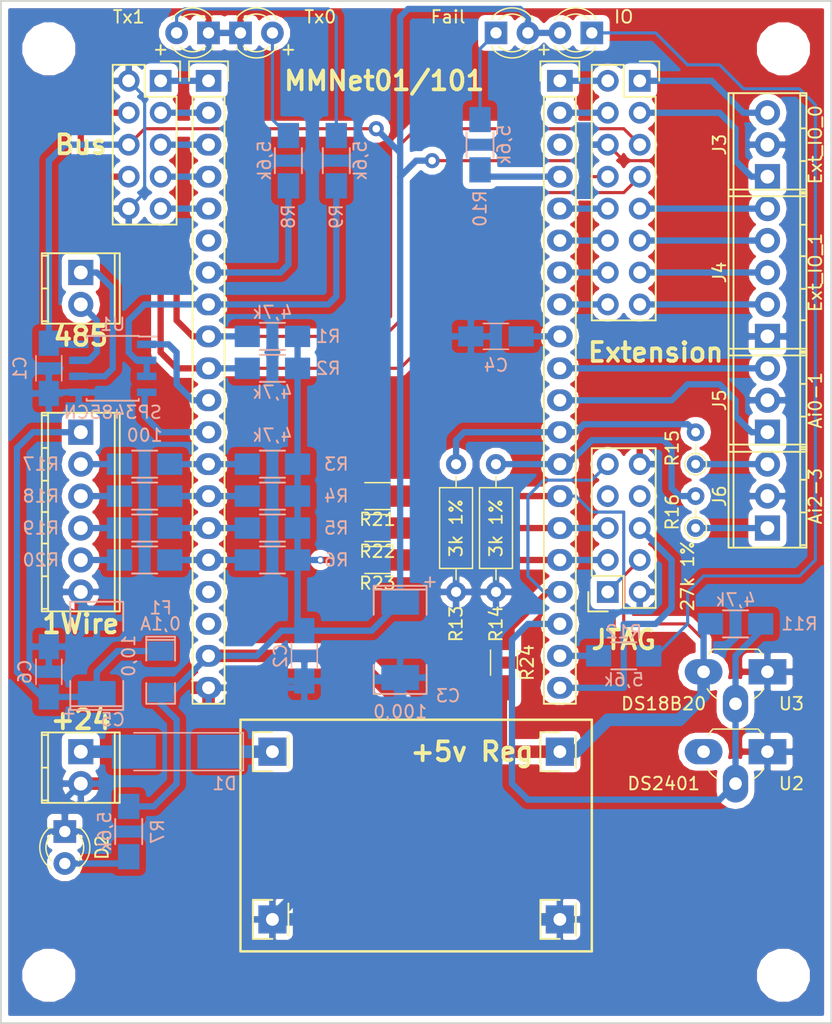
<source format=kicad_pcb>
(kicad_pcb (version 20171130) (host pcbnew "(5.0.0)")
  (layers (0 F.Cu signal) (31 B.Cu signal) (34 B.Paste user) (35 F.Paste user) (36 B.SilkS user) (37 F.SilkS user) (38 B.Mask user) (39 F.Mask user) (44 Edge.Cuts user))
  (net 0 "")
  (net 1 +5V)
  (net 2 GND)
  (net 3 /ARef)
  (net 4 "Net-(C5-Pad1)")
  (net 5 "Net-(D1-Pad1)")
  (net 6 "Net-(D1-Pad2)")
  (net 7 "Net-(D2-Pad2)")
  (net 8 "Net-(D3-Pad2)")
  (net 9 "Net-(D4-Pad2)")
  (net 10 "Net-(D5-Pad1)")
  (net 11 "Net-(D6-Pad1)")
  (net 12 "Net-(J2-Pad2)")
  (net 13 "Net-(J2-Pad1)")
  (net 14 "Net-(J3-Pad3)")
  (net 15 "Net-(J3-Pad1)")
  (net 16 "Net-(J4-Pad4)")
  (net 17 "Net-(J4-Pad2)")
  (net 18 "Net-(J4-Pad3)")
  (net 19 "Net-(J4-Pad5)")
  (net 20 /ADC0)
  (net 21 /ADC1)
  (net 22 "Net-(J6-Pad3)")
  (net 23 "Net-(J6-Pad1)")
  (net 24 "Net-(J7-Pad4)")
  (net 25 "Net-(J7-Pad2)")
  (net 26 "Net-(J7-Pad3)")
  (net 27 "Net-(J7-Pad5)")
  (net 28 /~SS0)
  (net 29 /I2C_SDA)
  (net 30 /SPI_SCK)
  (net 31 /SPI_MOSI)
  (net 32 /I2C_SCL)
  (net 33 /SPI_MISO)
  (net 34 /~SS1)
  (net 35 /TxE0)
  (net 36 /TxE1)
  (net 37 /RxD1)
  (net 38 /TxD1)
  (net 39 /1Wire_B0)
  (net 40 /1Wire_B1)
  (net 41 /1Wire_B2)
  (net 42 /1Wire_B3)
  (net 43 /LED_Fail)
  (net 44 /TxD0)
  (net 45 /RxD0)
  (net 46 /ADC2)
  (net 47 /ADC3)
  (net 48 /ADC4/TCK)
  (net 49 /ADC5/TMS)
  (net 50 /ADC6/TDO)
  (net 51 /ADC7/TDI)
  (net 52 /1Wire)
  (net 53 /LED_Io)
  (net 54 /~Reset)
  (net 55 "Net-(P10-Pad2)")
  (net 56 "Net-(P10-Pad4)")
  (net 57 "Net-(P10-Pad10)")
  (net 58 "Net-(P10-Pad12)")
  (net 59 "Net-(P11-Pad7)")
  (net 60 "Net-(P11-Pad8)")
  (net 61 "Net-(P7-Pad3)")
  (net 62 "Net-(P6-Pad6)")
  (net 63 "Net-(P6-Pad17)")
  (net 64 "Net-(P6-Pad18)")
  (module Resistors_SMD:R_1206_HandSoldering (layer F.Cu) (at 144.145 103.41 270)
    (fp_text reference R24 (at 0 -1.85 270) (layer F.SilkS))
    (fp_text value 10k)
    (pad 2 smd rect (at 2 0 270) (size 2 1.7) (layers F.Cu F.Paste F.Mask) (net 1 +5V))
    (pad 1 smd rect (at -2 0 270) (size 2 1.7) (layers F.Cu F.Paste F.Mask) (net 51 /ADC7/TDI))
  )
  (module Resistors_SMD:R_1206_HandSoldering (layer F.Cu) (at 134.08 95.25 180)
    (fp_text reference R23 (at 0 -1.85 180) (layer F.SilkS))
    (fp_text value 10k)
    (pad 1 smd rect (at -2 0 180) (size 2 1.7) (layers F.Cu F.Paste F.Mask) (net 50 /ADC6/TDO))
    (pad 2 smd rect (at 2 0 180) (size 2 1.7) (layers F.Cu F.Paste F.Mask) (net 1 +5V))
  )
  (module Resistors_SMD:R_1206_HandSoldering (layer F.Cu) (at 134.08 92.71 180)
    (fp_text reference R22 (at 0 -1.85 180) (layer F.SilkS))
    (fp_text value 10k)
    (pad 2 smd rect (at 2 0 180) (size 2 1.7) (layers F.Cu F.Paste F.Mask) (net 1 +5V))
    (pad 1 smd rect (at -2 0 180) (size 2 1.7) (layers F.Cu F.Paste F.Mask) (net 49 /ADC5/TMS))
  )
  (module Resistors_SMD:R_1206_HandSoldering (layer F.Cu) (at 134.08 90.17 180)
    (fp_text reference R21 (at 0 -1.85 180) (layer F.SilkS))
    (fp_text value 10k)
    (pad 1 smd rect (at -2 0 180) (size 2 1.7) (layers F.Cu F.Paste F.Mask) (net 48 /ADC4/TCK))
    (pad 2 smd rect (at 2 0 180) (size 2 1.7) (layers F.Cu F.Paste F.Mask) (net 1 +5V))
  )
  (module Mounting_Holes:MountingHole_3.2mm_M3 (layer F.Cu) (at 107.95 128.27)
    (fp_text reference hole hide)
    (fp_text value "" hide)
    (pad 1 np_thru_hole circle (at 0 0) (size 3.2 3.2) (drill 3.2) (layers *.Cu *.Mask))
  )
  (module Mounting_Holes:MountingHole_3.2mm_M3 (layer F.Cu) (at 166.37 128.27)
    (fp_text reference hole hide)
    (fp_text value "" hide)
    (pad 1 np_thru_hole circle (at 0 0) (size 3.2 3.2) (drill 3.2) (layers *.Cu *.Mask))
  )
  (module Mounting_Holes:MountingHole_3.2mm_M3 (layer F.Cu) (at 166.37 54.61)
    (fp_text reference hole hide)
    (fp_text value "" hide)
    (pad 1 np_thru_hole circle (at 0 0) (size 3.2 3.2) (drill 3.2) (layers *.Cu *.Mask))
  )
  (module Capacitors_SMD:C_1206_HandSoldering (layer B.Cu) (at 107.95 80.01 270)
    (fp_text reference C1 (at 0 2.3 270) (layer B.SilkS) (effects (justify mirror)))
    (fp_text value 0,1)
    (pad 1 smd rect (at -2 0 270) (size 2 1.6) (layers B.Cu B.Paste B.Mask) (net 1 +5V))
    (pad 2 smd rect (at 2 0 270) (size 2 1.6) (layers B.Cu B.Paste B.Mask) (net 2 GND))
  )
  (module Capacitors_SMD:C_1206_HandSoldering (layer B.Cu) (at 128.27 102.87 270)
    (fp_text reference C2 (at 0 1.905 270) (layer B.SilkS) (effects (justify mirror)))
    (fp_text value 0,1)
    (pad 1 smd rect (at -2 0 270) (size 2 1.6) (layers B.Cu B.Paste B.Mask) (net 1 +5V))
    (pad 2 smd rect (at 2 0 270) (size 2 1.6) (layers B.Cu B.Paste B.Mask) (net 2 GND))
  )
  (module SMD_Packages:SMD-2512_Pol (layer B.Cu) (at 135.89 101.6 270)
    (fp_text reference C3 (at 4.445 -3.81 180) (layer B.SilkS) (effects (justify mirror)))
    (fp_text value 100,0 (at 5.715 0 180) (layer B.SilkS) (effects (justify mirror)))
    (fp_text user + (at -4.59994 -2.30124 270) (layer B.SilkS) (effects (justify mirror)))
    (pad 1 smd rect (at -2.99974 0 270) (size 1.99898 2.99974) (layers B.Cu B.Paste B.Mask) (net 1 +5V))
    (pad 2 smd rect (at 2.99974 0 270) (size 1.99898 2.99974) (layers B.Cu B.Paste B.Mask) (net 2 GND))
  )
  (module Capacitors_SMD:C_1206_HandSoldering (layer B.Cu) (at 143.51 77.47)
    (fp_text reference C4 (at 0 2.3) (layer B.SilkS) (effects (justify mirror)))
    (fp_text value 0,1)
    (pad 1 smd rect (at -2 0) (size 2 1.6) (layers B.Cu B.Paste B.Mask) (net 2 GND))
    (pad 2 smd rect (at 2 0) (size 2 1.6) (layers B.Cu B.Paste B.Mask) (net 3 /ARef))
  )
  (module SMD_Packages:SMD-2512_Pol (layer B.Cu) (at 111.76 102.87 90)
    (fp_text reference C5 (at -5.08 1.27) (layer B.SilkS) (effects (justify mirror)))
    (fp_text value 10,0 (at 0 2.54 90) (layer B.SilkS) (effects (justify mirror)))
    (fp_text user + (at -4.59994 -2.30124 90) (layer B.SilkS) (effects (justify mirror)))
    (pad 1 smd rect (at -2.99974 0 90) (size 1.99898 2.99974) (layers B.Cu B.Paste B.Mask) (net 4 "Net-(C5-Pad1)"))
    (pad 2 smd rect (at 2.99974 0 90) (size 1.99898 2.99974) (layers B.Cu B.Paste B.Mask) (net 2 GND))
  )
  (module Capacitors_SMD:C_1206_HandSoldering (layer B.Cu) (at 107.95 104.14 270)
    (fp_text reference C6 (at 0 1.905 270) (layer B.SilkS) (effects (justify mirror)))
    (fp_text value 0,1)
    (pad 1 smd rect (at -2 0 270) (size 2 1.6) (layers B.Cu B.Paste B.Mask) (net 2 GND))
    (pad 2 smd rect (at 2 0 270) (size 2 1.6) (layers B.Cu B.Paste B.Mask) (net 4 "Net-(C5-Pad1)"))
  )
  (module Diodes_SMD:D_MELF_Handsoldering (layer B.Cu) (at 118.11 110.49 180)
    (fp_text reference D1 (at -3.81 -2.54 180) (layer B.SilkS) (effects (justify mirror)))
    (fp_text value D)
    (pad 1 smd rect (at -3.4 0 180) (size 3.5 2.7) (layers B.Cu B.Paste B.Mask) (net 5 "Net-(D1-Pad1)"))
    (pad 2 smd rect (at 3.4 0 180) (size 3.5 2.7) (layers B.Cu B.Paste B.Mask) (net 6 "Net-(D1-Pad2)"))
  )
  (module SMD_Packages:SMD-1206_Pol (layer B.Cu) (at 116.84 104.14 270)
    (fp_text reference F1 (at -5.08 0) (layer B.SilkS) (effects (justify mirror)))
    (fp_text value 0,1A (at -3.81 0) (layer B.SilkS) (effects (justify mirror)))
    (pad 1 smd rect (at -1.651 0 270) (size 1.524 2.032) (layers B.Cu B.Paste B.Mask) (net 4 "Net-(C5-Pad1)"))
    (pad 2 smd rect (at 1.651 0 270) (size 1.524 2.032) (layers B.Cu B.Paste B.Mask) (net 1 +5V))
  )
  (module Connectors_Terminal_Blocks:TerminalBlock_Pheonix_MPT-2.54mm_2pol (layer F.Cu) (at 110.49 110.49 270)
    (fp_text reference J1 hide)
    (fp_text value 24V)
    (pad 2 thru_hole oval (at 2.54 0 270) (size 1.99898 1.99898) (drill 1.09728) (layers *.Cu *.Mask) (net 2 GND))
    (pad 1 thru_hole rect (at 0 0 270) (size 1.99898 1.99898) (drill 1.09728) (layers *.Cu *.Mask) (net 6 "Net-(D1-Pad2)"))
  )
  (module Connectors_Terminal_Blocks:TerminalBlock_Pheonix_MPT-2.54mm_2pol (layer F.Cu) (at 110.49 72.39 270)
    (fp_text reference J2 hide)
    (fp_text value RS485)
    (pad 2 thru_hole oval (at 2.54 0 270) (size 1.99898 1.99898) (drill 1.09728) (layers *.Cu *.Mask) (net 12 "Net-(J2-Pad2)"))
    (pad 1 thru_hole rect (at 0 0 270) (size 1.99898 1.99898) (drill 1.09728) (layers *.Cu *.Mask) (net 13 "Net-(J2-Pad1)"))
  )
  (module Connectors_Terminal_Blocks:TerminalBlock_Pheonix_MPT-2.54mm_3pol (layer F.Cu) (at 165.1 64.77 90)
    (fp_text reference J3 (at 2.54 -3.81 90) (layer F.SilkS))
    (fp_text value Ext_IO_0 (at 2.54 3.81 90) (layer F.SilkS))
    (pad 3 thru_hole oval (at 5.08 0 90) (size 1.99898 1.99898) (drill 1.09728) (layers *.Cu *.Mask) (net 14 "Net-(J3-Pad3)"))
    (pad 1 thru_hole rect (at 0 0 90) (size 1.99898 1.99898) (drill 1.09728) (layers *.Cu *.Mask) (net 15 "Net-(J3-Pad1)"))
    (pad 2 thru_hole oval (at 2.54 0 90) (size 1.99898 1.99898) (drill 1.09728) (layers *.Cu *.Mask) (net 2 GND))
  )
  (module Connectors_Terminal_Blocks:TerminalBlock_Pheonix_MPT-2.54mm_5pol (layer F.Cu) (at 165.1 77.47 90)
    (fp_text reference J4 (at 5.08 -3.81 90) (layer F.SilkS))
    (fp_text value Ext_IO_1 (at 5.08 3.81 90) (layer F.SilkS))
    (pad 4 thru_hole oval (at 7.62 0 270) (size 1.99898 1.99898) (drill 1.09728) (layers *.Cu *.Mask) (net 16 "Net-(J4-Pad4)"))
    (pad 1 thru_hole rect (at 0 0 270) (size 1.99898 1.99898) (drill 1.09728) (layers *.Cu *.Mask) (net 2 GND))
    (pad 2 thru_hole oval (at 2.54 0 270) (size 1.99898 1.99898) (drill 1.09728) (layers *.Cu *.Mask) (net 17 "Net-(J4-Pad2)"))
    (pad 3 thru_hole oval (at 5.08 0 270) (size 1.99898 1.99898) (drill 1.09728) (layers *.Cu *.Mask) (net 18 "Net-(J4-Pad3)"))
    (pad 5 thru_hole oval (at 10.16 0 270) (size 1.99898 1.99898) (drill 1.09728) (layers *.Cu *.Mask) (net 19 "Net-(J4-Pad5)"))
  )
  (module Connectors_Terminal_Blocks:TerminalBlock_Pheonix_MPT-2.54mm_3pol (layer F.Cu) (at 165.1 85.09 90)
    (fp_text reference J5 (at 2.54 -3.81 90) (layer F.SilkS))
    (fp_text value Ai0-1 (at 2.54 3.81 90) (layer F.SilkS))
    (pad 3 thru_hole oval (at 5.08 0 90) (size 1.99898 1.99898) (drill 1.09728) (layers *.Cu *.Mask) (net 20 /ADC0))
    (pad 1 thru_hole rect (at 0 0 90) (size 1.99898 1.99898) (drill 1.09728) (layers *.Cu *.Mask) (net 21 /ADC1))
    (pad 2 thru_hole oval (at 2.54 0 90) (size 1.99898 1.99898) (drill 1.09728) (layers *.Cu *.Mask) (net 2 GND))
  )
  (module Connectors_Terminal_Blocks:TerminalBlock_Pheonix_MPT-2.54mm_3pol (layer F.Cu) (at 165.1 92.71 90)
    (fp_text reference J6 (at 2.54 -3.81 90) (layer F.SilkS))
    (fp_text value Ai2-3 (at 2.54 3.81 90) (layer F.SilkS))
    (pad 3 thru_hole oval (at 5.08 0 90) (size 1.99898 1.99898) (drill 1.09728) (layers *.Cu *.Mask) (net 22 "Net-(J6-Pad3)"))
    (pad 1 thru_hole rect (at 0 0 90) (size 1.99898 1.99898) (drill 1.09728) (layers *.Cu *.Mask) (net 23 "Net-(J6-Pad1)"))
    (pad 2 thru_hole oval (at 2.54 0 90) (size 1.99898 1.99898) (drill 1.09728) (layers *.Cu *.Mask) (net 2 GND))
  )
  (module Connectors_Terminal_Blocks:TerminalBlock_Pheonix_MPT-2.54mm_6pol (layer F.Cu) (at 110.49 85.09 270)
    (fp_text reference J7 hide)
    (fp_text value 1Wire)
    (pad 4 thru_hole oval (at 7.62 0 90) (size 1.99898 1.99898) (drill 1.09728) (layers *.Cu *.Mask) (net 24 "Net-(J7-Pad4)"))
    (pad 1 thru_hole rect (at 0 0 90) (size 1.99898 1.99898) (drill 1.09728) (layers *.Cu *.Mask) (net 4 "Net-(C5-Pad1)"))
    (pad 2 thru_hole oval (at 2.54 0 90) (size 1.99898 1.99898) (drill 1.09728) (layers *.Cu *.Mask) (net 25 "Net-(J7-Pad2)"))
    (pad 3 thru_hole oval (at 5.08 0 90) (size 1.99898 1.99898) (drill 1.09728) (layers *.Cu *.Mask) (net 26 "Net-(J7-Pad3)"))
    (pad 5 thru_hole oval (at 10.16 0 90) (size 1.99898 1.99898) (drill 1.09728) (layers *.Cu *.Mask) (net 27 "Net-(J7-Pad5)"))
    (pad 6 thru_hole oval (at 12.7 0 90) (size 1.99898 1.99898) (drill 1.09728) (layers *.Cu *.Mask) (net 2 GND))
  )
  (module Socket_Strips:Socket_Strip_Straight_1x01 (layer F.Cu) (at 125.73 110.49)
    (fp_text reference P1 hide)
    (fp_text value VR+In)
    (pad 1 thru_hole rect (at 0 0) (size 2.2352 2.2352) (drill 1.016) (layers *.Cu *.Mask) (net 5 "Net-(D1-Pad1)"))
  )
  (module Socket_Strips:Socket_Strip_Straight_1x01 (layer F.Cu) (at 125.73 123.825)
    (fp_text reference P2 hide)
    (fp_text value VR-In)
    (pad 1 thru_hole rect (at 0 0) (size 2.2352 2.2352) (drill 1.016) (layers *.Cu *.Mask) (net 2 GND))
  )
  (module Socket_Strips:Socket_Strip_Straight_2x05 (layer F.Cu) (at 116.84 57.15 270)
    (fp_text reference P3 hide)
    (fp_text value Bus)
    (pad 1 thru_hole rect (at 0 0 270) (size 1.7272 1.7272) (drill 1.016) (layers *.Cu *.Mask) (net 28 /~SS0))
    (pad 2 thru_hole oval (at 0 2.54 270) (size 1.7272 1.7272) (drill 1.016) (layers *.Cu *.Mask) (net 2 GND))
    (pad 3 thru_hole oval (at 2.54 0 270) (size 1.7272 1.7272) (drill 1.016) (layers *.Cu *.Mask) (net 30 /SPI_SCK))
    (pad 4 thru_hole oval (at 2.54 2.54 270) (size 1.7272 1.7272) (drill 1.016) (layers *.Cu *.Mask) (net 29 /I2C_SDA))
    (pad 5 thru_hole oval (at 5.08 0 270) (size 1.7272 1.7272) (drill 1.016) (layers *.Cu *.Mask) (net 31 /SPI_MOSI))
    (pad 6 thru_hole oval (at 5.08 2.54 270) (size 1.7272 1.7272) (drill 1.016) (layers *.Cu *.Mask) (net 1 +5V))
    (pad 7 thru_hole oval (at 7.62 0 270) (size 1.7272 1.7272) (drill 1.016) (layers *.Cu *.Mask) (net 33 /SPI_MISO))
    (pad 8 thru_hole oval (at 7.62 2.54 270) (size 1.7272 1.7272) (drill 1.016) (layers *.Cu *.Mask) (net 32 /I2C_SCL))
    (pad 9 thru_hole oval (at 10.16 0 270) (size 1.7272 1.7272) (drill 1.016) (layers *.Cu *.Mask) (net 34 /~SS1))
    (pad 10 thru_hole oval (at 10.16 2.54 270) (size 1.7272 1.7272) (drill 1.016) (layers *.Cu *.Mask) (net 2 GND))
  )
  (module Socket_Strips:Socket_Strip_Straight_1x01 (layer F.Cu) (at 148.59 110.49)
    (fp_text reference P4 hide)
    (fp_text value VR+Out)
    (pad 1 thru_hole rect (at 0 0) (size 2.2352 2.2352) (drill 1.016) (layers *.Cu *.Mask) (net 1 +5V))
  )
  (module Socket_Strips:Socket_Strip_Straight_1x01 (layer F.Cu) (at 148.59 123.825)
    (fp_text reference P5 hide)
    (fp_text value VR-Out)
    (pad 1 thru_hole rect (at 0 0) (size 2.2352 2.2352) (drill 1.016) (layers *.Cu *.Mask) (net 2 GND))
  )
  (module Socket_Strips:Socket_Strip_Straight_1x20 (layer F.Cu) (at 120.65 57.15 270)
    (fp_text reference P6 hide)
    (fp_text value MMNet_L)
    (pad 1 thru_hole rect (at 0 0 270) (size 1.7272 2.032) (drill 1.016) (layers *.Cu *.Mask) (net 28 /~SS0))
    (pad 2 thru_hole oval (at 2.54 0 270) (size 1.7272 2.032) (drill 1.016) (layers *.Cu *.Mask) (net 30 /SPI_SCK))
    (pad 3 thru_hole oval (at 5.08 0 270) (size 1.7272 2.032) (drill 1.016) (layers *.Cu *.Mask) (net 31 /SPI_MOSI))
    (pad 4 thru_hole oval (at 7.62 0 270) (size 1.7272 2.032) (drill 1.016) (layers *.Cu *.Mask) (net 33 /SPI_MISO))
    (pad 5 thru_hole oval (at 10.16 0 270) (size 1.7272 2.032) (drill 1.016) (layers *.Cu *.Mask) (net 34 /~SS1))
    (pad 6 thru_hole oval (at 12.7 0 270) (size 1.7272 2.032) (drill 1.016) (layers *.Cu *.Mask) (net 62 "Net-(P6-Pad6)"))
    (pad 7 thru_hole oval (at 15.24 0 270) (size 1.7272 2.032) (drill 1.016) (layers *.Cu *.Mask) (net 35 /TxE0))
    (pad 8 thru_hole oval (at 17.78 0 270) (size 1.7272 2.032) (drill 1.016) (layers *.Cu *.Mask) (net 36 /TxE1))
    (pad 9 thru_hole oval (at 20.32 0 270) (size 1.7272 2.032) (drill 1.016) (layers *.Cu *.Mask) (net 32 /I2C_SCL))
    (pad 10 thru_hole oval (at 22.86 0 270) (size 1.7272 2.032) (drill 1.016) (layers *.Cu *.Mask) (net 29 /I2C_SDA))
    (pad 11 thru_hole oval (at 25.4 0 270) (size 1.7272 2.032) (drill 1.016) (layers *.Cu *.Mask) (net 37 /RxD1))
    (pad 12 thru_hole oval (at 27.94 0 270) (size 1.7272 2.032) (drill 1.016) (layers *.Cu *.Mask) (net 38 /TxD1))
    (pad 13 thru_hole oval (at 30.48 0 270) (size 1.7272 2.032) (drill 1.016) (layers *.Cu *.Mask) (net 39 /1Wire_B0))
    (pad 14 thru_hole oval (at 33.02 0 270) (size 1.7272 2.032) (drill 1.016) (layers *.Cu *.Mask) (net 40 /1Wire_B1))
    (pad 15 thru_hole oval (at 35.56 0 270) (size 1.7272 2.032) (drill 1.016) (layers *.Cu *.Mask) (net 41 /1Wire_B2))
    (pad 16 thru_hole oval (at 38.1 0 270) (size 1.7272 2.032) (drill 1.016) (layers *.Cu *.Mask) (net 42 /1Wire_B3))
    (pad 17 thru_hole oval (at 40.64 0 270) (size 1.7272 2.032) (drill 1.016) (layers *.Cu *.Mask) (net 63 "Net-(P6-Pad17)"))
    (pad 18 thru_hole oval (at 43.18 0 270) (size 1.7272 2.032) (drill 1.016) (layers *.Cu *.Mask) (net 64 "Net-(P6-Pad18)"))
    (pad 19 thru_hole oval (at 45.72 0 270) (size 1.7272 2.032) (drill 1.016) (layers *.Cu *.Mask) (net 1 +5V))
    (pad 20 thru_hole oval (at 48.26 0 270) (size 1.7272 2.032) (drill 1.016) (layers *.Cu *.Mask) (net 2 GND))
  )
  (module Socket_Strips:Socket_Strip_Straight_1x20 (layer F.Cu) (at 148.59 57.15 270)
    (fp_text reference P7 hide)
    (fp_text value MMNet_R)
    (pad 1 thru_hole rect (at 0 0 270) (size 1.7272 2.032) (drill 1.016) (layers *.Cu *.Mask) (net 55 "Net-(P10-Pad2)"))
    (pad 2 thru_hole oval (at 2.54 0 270) (size 1.7272 2.032) (drill 1.016) (layers *.Cu *.Mask) (net 56 "Net-(P10-Pad4)"))
    (pad 3 thru_hole oval (at 5.08 0 270) (size 1.7272 2.032) (drill 1.016) (layers *.Cu *.Mask) (net 61 "Net-(P7-Pad3)"))
    (pad 4 thru_hole oval (at 7.62 0 270) (size 1.7272 2.032) (drill 1.016) (layers *.Cu *.Mask) (net 43 /LED_Fail))
    (pad 5 thru_hole oval (at 10.16 0 270) (size 1.7272 2.032) (drill 1.016) (layers *.Cu *.Mask) (net 57 "Net-(P10-Pad10)"))
    (pad 6 thru_hole oval (at 12.7 0 270) (size 1.7272 2.032) (drill 1.016) (layers *.Cu *.Mask) (net 58 "Net-(P10-Pad12)"))
    (pad 7 thru_hole oval (at 15.24 0 270) (size 1.7272 2.032) (drill 1.016) (layers *.Cu *.Mask) (net 44 /TxD0))
    (pad 8 thru_hole oval (at 17.78 0 270) (size 1.7272 2.032) (drill 1.016) (layers *.Cu *.Mask) (net 45 /RxD0))
    (pad 9 thru_hole oval (at 20.32 0 270) (size 1.7272 2.032) (drill 1.016) (layers *.Cu *.Mask) (net 3 /ARef))
    (pad 10 thru_hole oval (at 22.86 0 270) (size 1.7272 2.032) (drill 1.016) (layers *.Cu *.Mask) (net 20 /ADC0))
    (pad 11 thru_hole oval (at 25.4 0 270) (size 1.7272 2.032) (drill 1.016) (layers *.Cu *.Mask) (net 21 /ADC1))
    (pad 12 thru_hole oval (at 27.94 0 270) (size 1.7272 2.032) (drill 1.016) (layers *.Cu *.Mask) (net 46 /ADC2))
    (pad 13 thru_hole oval (at 30.48 0 270) (size 1.7272 2.032) (drill 1.016) (layers *.Cu *.Mask) (net 47 /ADC3))
    (pad 14 thru_hole oval (at 33.02 0 270) (size 1.7272 2.032) (drill 1.016) (layers *.Cu *.Mask) (net 48 /ADC4/TCK))
    (pad 15 thru_hole oval (at 35.56 0 270) (size 1.7272 2.032) (drill 1.016) (layers *.Cu *.Mask) (net 49 /ADC5/TMS))
    (pad 16 thru_hole oval (at 38.1 0 270) (size 1.7272 2.032) (drill 1.016) (layers *.Cu *.Mask) (net 50 /ADC6/TDO))
    (pad 17 thru_hole oval (at 40.64 0 270) (size 1.7272 2.032) (drill 1.016) (layers *.Cu *.Mask) (net 51 /ADC7/TDI))
    (pad 18 thru_hole oval (at 43.18 0 270) (size 1.7272 2.032) (drill 1.016) (layers *.Cu *.Mask) (net 52 /1Wire))
    (pad 19 thru_hole oval (at 45.72 0 270) (size 1.7272 2.032) (drill 1.016) (layers *.Cu *.Mask) (net 53 /LED_Io))
    (pad 20 thru_hole oval (at 48.26 0 270) (size 1.7272 2.032) (drill 1.016) (layers *.Cu *.Mask) (net 54 /~Reset))
  )
  (module Socket_Strips:Socket_Strip_Straight_2x08 (layer F.Cu) (at 154.94 57.15 270)
    (fp_text reference P10 hide)
    (fp_text value Extension)
    (pad 1 thru_hole rect (at 0 0 270) (size 1.7272 1.7272) (drill 1.016) (layers *.Cu *.Mask) (net 14 "Net-(J3-Pad3)"))
    (pad 2 thru_hole oval (at 0 2.54 270) (size 1.7272 1.7272) (drill 1.016) (layers *.Cu *.Mask) (net 55 "Net-(P10-Pad2)"))
    (pad 3 thru_hole oval (at 2.54 0 270) (size 1.7272 1.7272) (drill 1.016) (layers *.Cu *.Mask) (net 15 "Net-(J3-Pad1)"))
    (pad 4 thru_hole oval (at 2.54 2.54 270) (size 1.7272 1.7272) (drill 1.016) (layers *.Cu *.Mask) (net 56 "Net-(P10-Pad4)"))
    (pad 5 thru_hole oval (at 5.08 0 270) (size 1.7272 1.7272) (drill 1.016) (layers *.Cu *.Mask) (net 32 /I2C_SCL))
    (pad 6 thru_hole oval (at 5.08 2.54 270) (size 1.7272 1.7272) (drill 1.016) (layers *.Cu *.Mask) (net 2 GND))
    (pad 7 thru_hole oval (at 7.62 0 270) (size 1.7272 1.7272) (drill 1.016) (layers *.Cu *.Mask) (net 29 /I2C_SDA))
    (pad 8 thru_hole oval (at 7.62 2.54 270) (size 1.7272 1.7272) (drill 1.016) (layers *.Cu *.Mask) (net 1 +5V))
    (pad 9 thru_hole oval (at 10.16 0 270) (size 1.7272 1.7272) (drill 1.016) (layers *.Cu *.Mask) (net 19 "Net-(J4-Pad5)"))
    (pad 10 thru_hole oval (at 10.16 2.54 270) (size 1.7272 1.7272) (drill 1.016) (layers *.Cu *.Mask) (net 57 "Net-(P10-Pad10)"))
    (pad 11 thru_hole oval (at 12.7 0 270) (size 1.7272 1.7272) (drill 1.016) (layers *.Cu *.Mask) (net 16 "Net-(J4-Pad4)"))
    (pad 12 thru_hole oval (at 12.7 2.54 270) (size 1.7272 1.7272) (drill 1.016) (layers *.Cu *.Mask) (net 58 "Net-(P10-Pad12)"))
    (pad 13 thru_hole oval (at 15.24 0 270) (size 1.7272 1.7272) (drill 1.016) (layers *.Cu *.Mask) (net 18 "Net-(J4-Pad3)"))
    (pad 14 thru_hole oval (at 15.24 2.54 270) (size 1.7272 1.7272) (drill 1.016) (layers *.Cu *.Mask) (net 44 /TxD0))
    (pad 15 thru_hole oval (at 17.78 0 270) (size 1.7272 1.7272) (drill 1.016) (layers *.Cu *.Mask) (net 17 "Net-(J4-Pad2)"))
    (pad 16 thru_hole oval (at 17.78 2.54 270) (size 1.7272 1.7272) (drill 1.016) (layers *.Cu *.Mask) (net 45 /RxD0))
  )
  (module Socket_Strips:Socket_Strip_Straight_2x05 (layer F.Cu) (at 152.4 97.79 90)
    (fp_text reference P11 hide)
    (fp_text value JTAG/AnalogExt)
    (pad 1 thru_hole rect (at 0 0 90) (size 1.7272 1.7272) (drill 1.016) (layers *.Cu *.Mask) (net 48 /ADC4/TCK))
    (pad 2 thru_hole oval (at 0 2.54 90) (size 1.7272 1.7272) (drill 1.016) (layers *.Cu *.Mask) (net 2 GND))
    (pad 3 thru_hole oval (at 2.54 0 90) (size 1.7272 1.7272) (drill 1.016) (layers *.Cu *.Mask) (net 50 /ADC6/TDO))
    (pad 4 thru_hole oval (at 2.54 2.54 90) (size 1.7272 1.7272) (drill 1.016) (layers *.Cu *.Mask) (net 1 +5V))
    (pad 5 thru_hole oval (at 5.08 0 90) (size 1.7272 1.7272) (drill 1.016) (layers *.Cu *.Mask) (net 49 /ADC5/TMS))
    (pad 6 thru_hole oval (at 5.08 2.54 90) (size 1.7272 1.7272) (drill 1.016) (layers *.Cu *.Mask) (net 54 /~Reset))
    (pad 7 thru_hole oval (at 7.62 0 90) (size 1.7272 1.7272) (drill 1.016) (layers *.Cu *.Mask) (net 59 "Net-(P11-Pad7)"))
    (pad 8 thru_hole oval (at 7.62 2.54 90) (size 1.7272 1.7272) (drill 1.016) (layers *.Cu *.Mask) (net 60 "Net-(P11-Pad8)"))
    (pad 9 thru_hole oval (at 10.16 0 90) (size 1.7272 1.7272) (drill 1.016) (layers *.Cu *.Mask) (net 51 /ADC7/TDI))
    (pad 10 thru_hole oval (at 10.16 2.54 90) (size 1.7272 1.7272) (drill 1.016) (layers *.Cu *.Mask) (net 2 GND))
  )
  (module Resistors_SMD:R_1206_HandSoldering (layer B.Cu) (at 125.73 77.47)
    (fp_text reference R1 (at 4.445 0) (layer B.SilkS) (effects (justify mirror)))
    (fp_text value 4,7k (at 0 -1.905) (layer B.SilkS) (effects (justify mirror)))
    (pad 1 smd rect (at -2 0) (size 2 1.7) (layers B.Cu B.Paste B.Mask) (net 32 /I2C_SCL))
    (pad 2 smd rect (at 2 0) (size 2 1.7) (layers B.Cu B.Paste B.Mask) (net 1 +5V))
  )
  (module Resistors_SMD:R_1206_HandSoldering (layer B.Cu) (at 125.73 80.01)
    (fp_text reference R2 (at 4.445 0) (layer B.SilkS) (effects (justify mirror)))
    (fp_text value 4,7k (at 0 1.905) (layer B.SilkS) (effects (justify mirror)))
    (pad 1 smd rect (at -2 0) (size 2 1.7) (layers B.Cu B.Paste B.Mask) (net 29 /I2C_SDA))
    (pad 2 smd rect (at 2 0) (size 2 1.7) (layers B.Cu B.Paste B.Mask) (net 1 +5V))
  )
  (module Resistors_SMD:R_1206_HandSoldering (layer B.Cu) (at 125.73 87.63)
    (fp_text reference R3 (at 5.08 0) (layer B.SilkS) (effects (justify mirror)))
    (fp_text value 4,7k (at 0 -2.3) (layer B.SilkS) (effects (justify mirror)))
    (pad 1 smd rect (at -2 0) (size 2 1.7) (layers B.Cu B.Paste B.Mask) (net 39 /1Wire_B0))
    (pad 2 smd rect (at 2 0) (size 2 1.7) (layers B.Cu B.Paste B.Mask) (net 1 +5V))
  )
  (module Resistors_SMD:R_1206_HandSoldering (layer B.Cu) (at 125.73 90.17)
    (fp_text reference R4 (at 5.08 0) (layer B.SilkS) (effects (justify mirror)))
    (fp_text value 4,7k)
    (pad 1 smd rect (at -2 0) (size 2 1.7) (layers B.Cu B.Paste B.Mask) (net 40 /1Wire_B1))
    (pad 2 smd rect (at 2 0) (size 2 1.7) (layers B.Cu B.Paste B.Mask) (net 1 +5V))
  )
  (module Resistors_SMD:R_1206_HandSoldering (layer B.Cu) (at 125.73 92.71)
    (fp_text reference R5 (at 5.08 0) (layer B.SilkS) (effects (justify mirror)))
    (fp_text value 4,7k)
    (pad 1 smd rect (at -2 0) (size 2 1.7) (layers B.Cu B.Paste B.Mask) (net 41 /1Wire_B2))
    (pad 2 smd rect (at 2 0) (size 2 1.7) (layers B.Cu B.Paste B.Mask) (net 1 +5V))
  )
  (module Resistors_SMD:R_1206_HandSoldering (layer B.Cu) (at 125.73 95.25)
    (fp_text reference R6 (at 5.08 0) (layer B.SilkS) (effects (justify mirror)))
    (fp_text value 4,7k)
    (pad 1 smd rect (at -2 0) (size 2 1.7) (layers B.Cu B.Paste B.Mask) (net 42 /1Wire_B3))
    (pad 2 smd rect (at 2 0) (size 2 1.7) (layers B.Cu B.Paste B.Mask) (net 1 +5V))
  )
  (module Resistors_SMD:R_1206_HandSoldering (layer B.Cu) (at 114.3 116.84 90)
    (fp_text reference R7 (at 0 2.3 90) (layer B.SilkS) (effects (justify mirror)))
    (fp_text value 5,6k (at 0 -1.905 90) (layer B.SilkS) (effects (justify mirror)))
    (pad 1 smd rect (at -2 0 90) (size 2 1.7) (layers B.Cu B.Paste B.Mask) (net 7 "Net-(D2-Pad2)"))
    (pad 2 smd rect (at 2 0 90) (size 2 1.7) (layers B.Cu B.Paste B.Mask) (net 1 +5V))
  )
  (module Resistors_SMD:R_1206_HandSoldering (layer B.Cu) (at 127 63.5 270)
    (fp_text reference R8 (at 4.445 0 270) (layer B.SilkS) (effects (justify mirror)))
    (fp_text value 5,6k (at 0 1.905 270) (layer B.SilkS) (effects (justify mirror)))
    (pad 1 smd rect (at -2 0 270) (size 2 1.7) (layers B.Cu B.Paste B.Mask) (net 8 "Net-(D3-Pad2)"))
    (pad 2 smd rect (at 2 0 270) (size 2 1.7) (layers B.Cu B.Paste B.Mask) (net 35 /TxE0))
  )
  (module Resistors_SMD:R_1206_HandSoldering (layer B.Cu) (at 130.81 63.5 270)
    (fp_text reference R9 (at 4.445 0 270) (layer B.SilkS) (effects (justify mirror)))
    (fp_text value 5,6k (at 0 -1.905 270) (layer B.SilkS) (effects (justify mirror)))
    (pad 1 smd rect (at -2 0 270) (size 2 1.7) (layers B.Cu B.Paste B.Mask) (net 9 "Net-(D4-Pad2)"))
    (pad 2 smd rect (at 2 0 270) (size 2 1.7) (layers B.Cu B.Paste B.Mask) (net 36 /TxE1))
  )
  (module Resistors_SMD:R_1206_HandSoldering (layer B.Cu) (at 142.24 62.23 270)
    (fp_text reference R10 (at 5.08 0 270) (layer B.SilkS) (effects (justify mirror)))
    (fp_text value 5,6k (at 0 -1.905 270) (layer B.SilkS) (effects (justify mirror)))
    (pad 1 smd rect (at -2 0 270) (size 2 1.7) (layers B.Cu B.Paste B.Mask) (net 10 "Net-(D5-Pad1)"))
    (pad 2 smd rect (at 2 0 270) (size 2 1.7) (layers B.Cu B.Paste B.Mask) (net 43 /LED_Fail))
  )
  (module Resistors_SMD:R_1206_HandSoldering (layer B.Cu) (at 162.56 100.33)
    (fp_text reference R11 (at 5.08 0) (layer B.SilkS) (effects (justify mirror)))
    (fp_text value 4,7k (at 0 -1.905) (layer B.SilkS) (effects (justify mirror)))
    (pad 1 smd rect (at -2 0) (size 2 1.7) (layers B.Cu B.Paste B.Mask) (net 1 +5V))
    (pad 2 smd rect (at 2 0) (size 2 1.7) (layers B.Cu B.Paste B.Mask) (net 52 /1Wire))
  )
  (module Resistors_SMD:R_1206_HandSoldering (layer B.Cu) (at 153.67 102.87 180)
    (fp_text reference R12 (at 0 1.905 180) (layer B.SilkS) (effects (justify mirror)))
    (fp_text value 5,6k (at 0 -1.905 180) (layer B.SilkS) (effects (justify mirror)))
    (pad 1 smd rect (at -2 0 180) (size 2 1.7) (layers B.Cu B.Paste B.Mask) (net 11 "Net-(D6-Pad1)"))
    (pad 2 smd rect (at 2 0 180) (size 2 1.7) (layers B.Cu B.Paste B.Mask) (net 53 /LED_Io))
  )
  (module Resistors_SMD:R_1206_HandSoldering (layer B.Cu) (at 115.57 87.63)
    (fp_text reference R17 (at -8.255 0) (layer B.SilkS) (effects (justify mirror)))
    (fp_text value 100 (at 0 -2.3) (layer B.SilkS) (effects (justify mirror)))
    (pad 1 smd rect (at -2 0) (size 2 1.7) (layers B.Cu B.Paste B.Mask) (net 25 "Net-(J7-Pad2)"))
    (pad 2 smd rect (at 2 0) (size 2 1.7) (layers B.Cu B.Paste B.Mask) (net 39 /1Wire_B0))
  )
  (module Resistors_SMD:R_1206_HandSoldering (layer B.Cu) (at 115.57 90.17)
    (fp_text reference R18 (at -8.255 0) (layer B.SilkS) (effects (justify mirror)))
    (fp_text value 100)
    (pad 1 smd rect (at -2 0) (size 2 1.7) (layers B.Cu B.Paste B.Mask) (net 26 "Net-(J7-Pad3)"))
    (pad 2 smd rect (at 2 0) (size 2 1.7) (layers B.Cu B.Paste B.Mask) (net 40 /1Wire_B1))
  )
  (module Resistors_SMD:R_1206_HandSoldering (layer B.Cu) (at 115.57 92.71)
    (fp_text reference R19 (at -8.255 0) (layer B.SilkS) (effects (justify mirror)))
    (fp_text value 100)
    (pad 1 smd rect (at -2 0) (size 2 1.7) (layers B.Cu B.Paste B.Mask) (net 24 "Net-(J7-Pad4)"))
    (pad 2 smd rect (at 2 0) (size 2 1.7) (layers B.Cu B.Paste B.Mask) (net 41 /1Wire_B2))
  )
  (module Resistors_SMD:R_1206_HandSoldering (layer B.Cu) (at 115.57 95.25)
    (fp_text reference R20 (at -8.255 0) (layer B.SilkS) (effects (justify mirror)))
    (fp_text value 100)
    (pad 1 smd rect (at -2 0) (size 2 1.7) (layers B.Cu B.Paste B.Mask) (net 27 "Net-(J7-Pad5)"))
    (pad 2 smd rect (at 2 0) (size 2 1.7) (layers B.Cu B.Paste B.Mask) (net 42 /1Wire_B3))
  )
  (module Housings_SOIC:SOIC-8_3.9x4.9mm_Pitch1.27mm (layer B.Cu) (at 113.03 80.01 180)
    (fp_text reference U1 (at 0 3.5 180) (layer B.SilkS) (effects (justify mirror)))
    (fp_text value SP3485CN (at 0 -3.5 180) (layer B.SilkS) (effects (justify mirror)))
    (pad 1 smd rect (at -2.7 1.905 180) (size 1.55 0.6) (layers B.Cu B.Paste B.Mask) (net 37 /RxD1))
    (pad 2 smd rect (at -2.7 0.635 180) (size 1.55 0.6) (layers B.Cu B.Paste B.Mask) (net 36 /TxE1))
    (pad 3 smd rect (at -2.7 -0.635 180) (size 1.55 0.6) (layers B.Cu B.Paste B.Mask) (net 36 /TxE1))
    (pad 4 smd rect (at -2.7 -1.905 180) (size 1.55 0.6) (layers B.Cu B.Paste B.Mask) (net 38 /TxD1))
    (pad 5 smd rect (at 2.7 -1.905 180) (size 1.55 0.6) (layers B.Cu B.Paste B.Mask) (net 2 GND))
    (pad 6 smd rect (at 2.7 -0.635 180) (size 1.55 0.6) (layers B.Cu B.Paste B.Mask) (net 13 "Net-(J2-Pad1)"))
    (pad 7 smd rect (at 2.7 0.635 180) (size 1.55 0.6) (layers B.Cu B.Paste B.Mask) (net 12 "Net-(J2-Pad2)"))
    (pad 8 smd rect (at 2.7 1.905 180) (size 1.55 0.6) (layers B.Cu B.Paste B.Mask) (net 1 +5V))
  )
  (module LEDs:LED_D3.0mm (layer F.Cu) (at 109.22 116.84 270)
    (fp_text reference D2 (at 1.27 -2.96 270) (layer F.SilkS))
    (fp_text value Pwr)
    (pad 1 thru_hole rect (at 0 0 270) (size 1.8 1.8) (drill 0.9) (layers *.Cu *.Mask) (net 2 GND))
    (pad 2 thru_hole circle (at 2.54 0 270) (size 1.8 1.8) (drill 0.9) (layers *.Cu *.Mask) (net 7 "Net-(D2-Pad2)"))
  )
  (module LEDs:LED_D3.0mm (layer F.Cu) (at 123.19 53.34)
    (fp_text reference D3 hide)
    (fp_text value Tx0 (at 6.35 -1.27) (layer F.SilkS))
    (pad 1 thru_hole rect (at 0 0) (size 1.8 1.8) (drill 0.9) (layers *.Cu *.Mask) (net 2 GND))
    (pad 2 thru_hole circle (at 2.54 0) (size 1.8 1.8) (drill 0.9) (layers *.Cu *.Mask) (net 8 "Net-(D3-Pad2)"))
  )
  (module LEDs:LED_D3.0mm (layer F.Cu) (at 120.65 53.34 180)
    (fp_text reference D4 hide)
    (fp_text value Tx1 (at 6.35 1.27 180) (layer F.SilkS))
    (pad 1 thru_hole rect (at 0 0 180) (size 1.8 1.8) (drill 0.9) (layers *.Cu *.Mask) (net 2 GND))
    (pad 2 thru_hole circle (at 2.54 0 180) (size 1.8 1.8) (drill 0.9) (layers *.Cu *.Mask) (net 9 "Net-(D4-Pad2)"))
  )
  (module LEDs:LED_D3.0mm (layer F.Cu) (at 143.51 53.34)
    (fp_text reference D5 hide)
    (fp_text value Fail (at -3.81 -1.27) (layer F.SilkS))
    (pad 1 thru_hole rect (at 0 0) (size 1.8 1.8) (drill 0.9) (layers *.Cu *.Mask) (net 10 "Net-(D5-Pad1)"))
    (pad 2 thru_hole circle (at 2.54 0) (size 1.8 1.8) (drill 0.9) (layers *.Cu *.Mask) (net 1 +5V))
  )
  (module LEDs:LED_D3.0mm (layer F.Cu) (at 151.13 53.34 180)
    (fp_text reference D6 hide)
    (fp_text value IO (at -2.54 1.27 180) (layer F.SilkS))
    (pad 1 thru_hole rect (at 0 0 180) (size 1.8 1.8) (drill 0.9) (layers *.Cu *.Mask) (net 11 "Net-(D6-Pad1)"))
    (pad 2 thru_hole circle (at 2.54 0 180) (size 1.8 1.8) (drill 0.9) (layers *.Cu *.Mask) (net 1 +5V))
  )
  (module Resistors_THT:R_Axial_DIN0204_L3.6mm_D1.6mm_P2.54mm_Vertical (layer F.Cu) (at 159.385 87.63 90)
    (fp_text reference R15 (at 1.27 -1.86 90) (layer F.SilkS))
    (fp_text value "27k 1%")
    (pad 1 thru_hole circle (at 0 0 90) (size 1.4 1.4) (drill 0.7) (layers *.Cu *.Mask) (net 22 "Net-(J6-Pad3)"))
    (pad 2 thru_hole oval (at 2.54 0 90) (size 1.4 1.4) (drill 0.7) (layers *.Cu *.Mask) (net 46 /ADC2))
  )
  (module Resistors_THT:R_Axial_DIN0204_L3.6mm_D1.6mm_P2.54mm_Vertical (layer F.Cu) (at 159.385 92.71 90)
    (fp_text reference R16 (at 1.27 -1.86 90) (layer F.SilkS))
    (fp_text value "27k 1%" (at -3.81 -0.635 90) (layer F.SilkS))
    (pad 1 thru_hole circle (at 0 0 90) (size 1.4 1.4) (drill 0.7) (layers *.Cu *.Mask) (net 23 "Net-(J6-Pad1)"))
    (pad 2 thru_hole oval (at 2.54 0 90) (size 1.4 1.4) (drill 0.7) (layers *.Cu *.Mask) (net 47 /ADC3))
  )
  (module Resistors_THT:R_Axial_DIN0207_L6.3mm_D2.5mm_P10.16mm_Horizontal (layer F.Cu) (at 140.335 87.63 270)
    (fp_text reference R13 (at 12.7 0 270) (layer F.SilkS))
    (fp_text value "3k 1%" (at 5.08 0 270) (layer F.SilkS))
    (pad 1 thru_hole circle (at 0 0 270) (size 1.6 1.6) (drill 0.8) (layers *.Cu *.Mask) (net 46 /ADC2))
    (pad 2 thru_hole oval (at 10.16 0 270) (size 1.6 1.6) (drill 0.8) (layers *.Cu *.Mask) (net 2 GND))
  )
  (module Resistors_THT:R_Axial_DIN0207_L6.3mm_D2.5mm_P10.16mm_Horizontal (layer F.Cu) (at 143.51 87.63 270)
    (fp_text reference R14 (at 12.7 0 270) (layer F.SilkS))
    (fp_text value "3k 1%" (at 5.08 0 270) (layer F.SilkS))
    (pad 1 thru_hole circle (at 0 0 270) (size 1.6 1.6) (drill 0.8) (layers *.Cu *.Mask) (net 47 /ADC3))
    (pad 2 thru_hole oval (at 10.16 0 270) (size 1.6 1.6) (drill 0.8) (layers *.Cu *.Mask) (net 2 GND))
  )
  (module TO_SOT_Packages_THT:TO-92_Rugged (layer F.Cu) (at 165.1 110.49 180)
    (fp_text reference U2 (at -1.905 -2.54 180) (layer F.SilkS))
    (fp_text value DS2401 (at 8.255 -2.54 180) (layer F.SilkS))
    (pad 2 thru_hole oval (at 2.54 -2.54 270) (size 3 2) (drill 1) (layers *.Cu *.Mask) (net 52 /1Wire))
    (pad 1 thru_hole rect (at 0 0 270) (size 2 3) (drill 1) (layers *.Cu *.Mask) (net 2 GND))
    (pad 3 thru_hole oval (at 5.08 0 270) (size 2 3) (drill 1) (layers *.Cu *.Mask))
  )
  (module TO_SOT_Packages_THT:TO-92_Rugged (layer F.Cu) (at 165.1 104.14 180)
    (fp_text reference U3 (at -1.905 -2.54 180) (layer F.SilkS))
    (fp_text value DS18B20 (at 8.255 -2.54 180) (layer F.SilkS))
    (pad 2 thru_hole oval (at 2.54 -2.54 270) (size 3 2) (drill 1) (layers *.Cu *.Mask) (net 52 /1Wire))
    (pad 1 thru_hole rect (at 0 0 270) (size 2 3) (drill 1) (layers *.Cu *.Mask) (net 2 GND))
    (pad 3 thru_hole oval (at 5.08 0 270) (size 2 3) (drill 1) (layers *.Cu *.Mask) (net 1 +5V))
  )
  (module Mounting_Holes:MountingHole_3.2mm_M3 (layer F.Cu) (at 107.95 54.61)
    (fp_text reference hole hide)
    (fp_text value "" hide)
    (pad 1 np_thru_hole circle (at 0 0) (size 3.2 3.2) (drill 3.2) (layers *.Cu *.Mask))
  )
  (gr_text + (at 116.84 54.61) (layer F.SilkS) (effects (font (size 1 1))))
  (gr_text + (at 127 54.61) (layer F.SilkS) (effects (font (size 1 1))))
  (gr_text + (at 147.32 54.61) (layer F.SilkS) (effects (font (size 1 1))))
  (gr_line (start 104.14 132.08) (end 104.14 50.8) (angle 90) (layer Edge.Cuts) (width 0.15))
  (gr_line (start 170.18 50.8) (end 170.18 132.08) (angle 90) (layer Edge.Cuts) (width 0.15))
  (gr_line (start 170.18 50.8) (end 104.14 50.8) (angle 90) (layer Edge.Cuts) (width 0.15))
  (gr_line (start 170.18 132.08) (end 104.14 132.08) (angle 90) (layer Edge.Cuts) (width 0.15))
  (gr_text 1Wire (at 110.49 100.33) (layer F.SilkS) (effects (font (size 1.5 1.5) (thickness 0.3))))
  (gr_text +24 (at 110.49 107.95) (layer F.SilkS) (effects (font (size 1.5 1.5) (thickness 0.3))))
  (gr_text 485 (at 110.49 77.47) (layer F.SilkS) (effects (font (size 1.5 1.5) (thickness 0.3))))
  (gr_text Bus (at 110.49 62.23) (layer F.SilkS) (effects (font (size 1.5 1.5) (thickness 0.3))))
  (gr_text Extension (at 156.21 78.74) (layer F.SilkS) (effects (font (size 1.5 1.5) (thickness 0.3))))
  (gr_text JTAG (at 153.67 101.6) (layer F.SilkS) (effects (font (size 1.5 1.5) (thickness 0.3))))
  (gr_text MMNet01/101 (at 134.62 57.15) (layer F.SilkS) (effects (font (size 1.5 1.5) (thickness 0.3))))
  (gr_text "+5v Reg" (at 141.605 110.49) (layer F.SilkS) (effects (font (size 1.5 1.5) (thickness 0.3))))
  (gr_line (start 123.19 126.365) (end 123.19 107.95) (angle 90) (layer F.SilkS) (width 0.2))
  (gr_line (start 151.13 126.365) (end 123.19 126.365) (angle 90) (layer F.SilkS) (width 0.2))
  (gr_line (start 151.13 107.95) (end 151.13 126.365) (angle 90) (layer F.SilkS) (width 0.2))
  (gr_line (start 123.19 107.95) (end 151.13 107.95) (angle 90) (layer F.SilkS) (width 0.2))
  (segment (start 152.4 107.95) (end 158.115 107.95) (width 1) (layer B.Cu) (net 1))
  (segment (start 149.86 110.49) (end 152.4 107.95) (width 1) (layer B.Cu) (net 1))
  (segment (start 148.59 110.49) (end 149.86 110.49) (width 1) (layer B.Cu) (net 1))
  (segment (start 160.02 106.045) (end 160.02 104.14) (width 1) (layer B.Cu) (net 1))
  (segment (start 158.115 107.95) (end 160.02 106.045) (width 1) (layer B.Cu) (net 1))
  (segment (start 146.05 53.34) (end 148.59 53.34) (width 0.5) (layer B.Cu) (net 1))
  (segment (start 135.89 62.865) (end 135.89 52.07) (width 0.5) (layer B.Cu) (net 1))
  (segment (start 146.05 52.07) (end 146.05 53.34) (width 0.5) (layer B.Cu) (net 1))
  (segment (start 145.415 51.435) (end 146.05 52.07) (width 0.5) (layer B.Cu) (net 1))
  (segment (start 136.525 51.435) (end 145.415 51.435) (width 0.5) (layer B.Cu) (net 1))
  (segment (start 135.89 52.07) (end 136.525 51.435) (width 0.5) (layer B.Cu) (net 1))
  (segment (start 135.89 62.865) (end 135.89 64.77) (width 0.5) (layer B.Cu) (net 1))
  (segment (start 135.89 66.04) (end 135.89 64.77) (width 0.5) (layer B.Cu) (net 1))
  (segment (start 135.89 64.77) (end 137.16 63.5) (width 0.5) (layer B.Cu) (net 1))
  (segment (start 137.16 63.5) (end 138.43 63.5) (width 0.5) (layer B.Cu) (net 1))
  (via (at 138.43 63.5) (size 1.2) (drill 0.6) (layers F.Cu B.Cu) (net 1))
  (segment (start 149.86 63.5) (end 138.43 63.5) (width 0.25) (layer F.Cu) (net 1))
  (segment (start 151.13 64.77) (end 149.86 63.5) (width 0.25) (layer F.Cu) (net 1))
  (segment (start 152.4 64.77) (end 151.13 64.77) (width 0.25) (layer F.Cu) (net 1))
  (segment (start 135.89 66.04) (end 135.89 98.60026) (width 0.5) (layer B.Cu) (net 1))
  (segment (start 116.84 105.791) (end 116.84 106.68) (width 0.5) (layer B.Cu) (net 1))
  (segment (start 116.3 114.84) (end 114.3 114.84) (width 0.5) (layer B.Cu) (net 1))
  (segment (start 118.11 113.03) (end 116.3 114.84) (width 0.5) (layer B.Cu) (net 1))
  (segment (start 118.11 107.95) (end 118.11 113.03) (width 0.5) (layer B.Cu) (net 1))
  (segment (start 116.84 106.68) (end 118.11 107.95) (width 0.5) (layer B.Cu) (net 1))
  (segment (start 153.67 100.33) (end 158.75 100.33) (width 0.25) (layer F.Cu) (net 1))
  (segment (start 160.02 101.6) (end 160.02 104.14) (width 0.25) (layer F.Cu) (net 1))
  (segment (start 158.75 100.33) (end 160.02 101.6) (width 0.25) (layer F.Cu) (net 1))
  (segment (start 120.65 102.87) (end 132.08 102.87) (width 1) (layer F.Cu) (net 1))
  (segment (start 132.08 102.87) (end 139.7 110.49) (width 1) (layer F.Cu) (net 1))
  (segment (start 153.67 100.33) (end 153.67 96.52) (width 0.25) (layer F.Cu) (net 1))
  (segment (start 154.94 95.25) (end 153.67 96.52) (width 0.25) (layer F.Cu) (net 1))
  (segment (start 107.95 78.01) (end 107.95 63.5) (width 0.5) (layer B.Cu) (net 1))
  (segment (start 109.22 62.23) (end 114.3 62.23) (width 0.5) (layer B.Cu) (net 1))
  (segment (start 107.95 63.5) (end 109.22 62.23) (width 0.5) (layer B.Cu) (net 1))
  (segment (start 120.65 102.87) (end 124.46 102.87) (width 0.5) (layer B.Cu) (net 1))
  (segment (start 126.46 100.87) (end 128.27 100.87) (width 0.5) (layer B.Cu) (net 1))
  (segment (start 124.46 102.87) (end 126.46 100.87) (width 0.5) (layer B.Cu) (net 1))
  (segment (start 127.73 95.25) (end 127.73 100.33) (width 0.5) (layer B.Cu) (net 1))
  (segment (start 127.73 100.33) (end 128.27 100.87) (width 0.5) (layer B.Cu) (net 1))
  (segment (start 128.27 100.87) (end 133.62026 100.87) (width 0.5) (layer B.Cu) (net 1))
  (segment (start 133.62026 100.87) (end 135.89 98.60026) (width 0.5) (layer B.Cu) (net 1))
  (segment (start 127.73 77.47) (end 127.73 80.01) (width 0.5) (layer B.Cu) (net 1))
  (segment (start 110.33 78.105) (end 108.045 78.105) (width 0.5) (layer B.Cu) (net 1))
  (segment (start 108.045 78.105) (end 107.95 78.01) (width 0.5) (layer B.Cu) (net 1))
  (segment (start 116.84 105.791) (end 117.729 105.791) (width 0.5) (layer B.Cu) (net 1))
  (segment (start 117.729 105.791) (end 120.65 102.87) (width 0.5) (layer B.Cu) (net 1))
  (segment (start 127.73 87.63) (end 127.73 90.17) (width 0.5) (layer B.Cu) (net 1))
  (segment (start 127.73 90.17) (end 127.73 92.71) (width 0.5) (layer B.Cu) (net 1))
  (segment (start 127.73 92.71) (end 127.73 95.25) (width 0.5) (layer B.Cu) (net 1))
  (segment (start 160.02 104.14) (end 160.02 100.87) (width 0.5) (layer B.Cu) (net 1))
  (segment (start 160.02 100.87) (end 160.56 100.33) (width 0.5) (layer B.Cu) (net 1))
  (segment (start 144.145 105.41) (end 144.145 110.49) (width 0.5) (layer F.Cu) (net 1))
  (segment (start 139.7 110.49) (end 144.145 110.49) (width 1) (layer F.Cu) (net 1))
  (segment (start 144.145 110.49) (end 148.59 110.49) (width 1) (layer F.Cu) (net 1))
  (segment (start 132.08 95.25) (end 132.08 92.71) (width 0.5) (layer F.Cu) (net 1))
  (segment (start 132.08 90.17) (end 132.08 92.71) (width 0.5) (layer F.Cu) (net 1))
  (via (at 129.54 95.25) (size 0.6) (drill 0.4) (layers F.Cu B.Cu) (net 1))
  (segment (start 132.08 95.25) (end 129.54 95.25) (width 0.5) (layer F.Cu) (net 1))
  (segment (start 129.54 95.25) (end 127.73 95.25) (width 0.5) (layer B.Cu) (net 1))
  (via (at 133.985 60.96) (size 1.2) (drill 0.6) (layers F.Cu B.Cu) (net 1))
  (segment (start 134.62 61.595) (end 135.89 62.865) (width 0.5) (layer B.Cu) (net 1))
  (segment (start 133.985 60.96) (end 134.62 61.595) (width 0.5) (layer B.Cu) (net 1))
  (segment (start 115.57 60.96) (end 114.3 62.23) (width 0.25) (layer F.Cu) (net 1))
  (segment (start 133.985 60.96) (end 115.57 60.96) (width 0.25) (layer F.Cu) (net 1))
  (segment (start 127.73 80.01) (end 127.73 87.63) (width 0.5) (layer B.Cu) (net 1))
  (segment (start 137.795 79.375) (end 139.7 77.47) (width 0.5) (layer B.Cu) (net 2))
  (segment (start 139.7 77.47) (end 141.51 77.47) (width 0.5) (layer B.Cu) (net 2))
  (segment (start 135.89 104.59974) (end 139.24026 104.59974) (width 0.5) (layer B.Cu) (net 2))
  (segment (start 139.24026 104.59974) (end 140.335 103.505) (width 0.5) (layer B.Cu) (net 2))
  (segment (start 165.1 107.95) (end 165.1 110.49) (width 0.5) (layer B.Cu) (net 2))
  (segment (start 165.1 107.95) (end 165.1 104.14) (width 0.5) (layer B.Cu) (net 2))
  (segment (start 154.94 97.79) (end 168.91 97.79) (width 0.5) (layer F.Cu) (net 2))
  (segment (start 114.3 57.15) (end 114.3 55.88) (width 0.25) (layer B.Cu) (net 2))
  (segment (start 114.3 55.88) (end 114.935 55.245) (width 0.25) (layer B.Cu) (net 2))
  (segment (start 114.935 55.245) (end 120.015 55.245) (width 0.25) (layer B.Cu) (net 2))
  (segment (start 120.015 55.245) (end 120.65 54.61) (width 0.25) (layer B.Cu) (net 2))
  (segment (start 120.65 54.61) (end 120.65 53.34) (width 0.25) (layer B.Cu) (net 2))
  (segment (start 120.65 53.34) (end 123.19 53.34) (width 0.25) (layer B.Cu) (net 2))
  (segment (start 120.65 111.76) (end 120.65 105.41) (width 1) (layer F.Cu) (net 2))
  (segment (start 119.38 113.03) (end 120.65 111.76) (width 1) (layer F.Cu) (net 2))
  (segment (start 110.49 113.03) (end 119.38 113.03) (width 1) (layer F.Cu) (net 2))
  (segment (start 120.65 105.41) (end 114.3 105.41) (width 1) (layer F.Cu) (net 2))
  (segment (start 114.3 105.41) (end 110.49 101.6) (width 1) (layer F.Cu) (net 2))
  (segment (start 110.49 101.6) (end 110.49 97.79) (width 1) (layer F.Cu) (net 2))
  (segment (start 107.95 82.01) (end 106.14 82.01) (width 0.5) (layer B.Cu) (net 2))
  (segment (start 106.68 57.15) (end 114.3 57.15) (width 0.5) (layer B.Cu) (net 2))
  (segment (start 105.41 58.42) (end 106.68 57.15) (width 0.5) (layer B.Cu) (net 2))
  (segment (start 105.41 81.28) (end 105.41 58.42) (width 0.5) (layer B.Cu) (net 2))
  (segment (start 106.14 82.01) (end 105.41 81.28) (width 0.5) (layer B.Cu) (net 2))
  (segment (start 110.49 97.79) (end 110.49 98.60026) (width 0.5) (layer B.Cu) (net 2))
  (segment (start 110.49 98.60026) (end 111.76 99.87026) (width 0.5) (layer B.Cu) (net 2))
  (segment (start 107.95 102.14) (end 109.49026 102.14) (width 0.5) (layer B.Cu) (net 2))
  (segment (start 109.49026 102.14) (end 111.76 99.87026) (width 0.5) (layer B.Cu) (net 2))
  (segment (start 109.22 116.84) (end 109.22 114.3) (width 0.5) (layer B.Cu) (net 2))
  (segment (start 109.22 114.3) (end 110.49 113.03) (width 0.5) (layer B.Cu) (net 2))
  (segment (start 135.89 104.59974) (end 135.89 113.665) (width 1) (layer B.Cu) (net 2))
  (segment (start 135.89 113.665) (end 125.73 123.825) (width 1) (layer B.Cu) (net 2))
  (segment (start 148.59 123.825) (end 125.73 123.825) (width 1) (layer B.Cu) (net 2))
  (segment (start 165.1 104.14) (end 167.64 104.14) (width 0.5) (layer F.Cu) (net 2))
  (segment (start 167.64 90.17) (end 165.1 90.17) (width 0.5) (layer F.Cu) (net 2))
  (segment (start 168.91 91.44) (end 167.64 90.17) (width 0.5) (layer F.Cu) (net 2))
  (segment (start 168.91 102.87) (end 168.91 97.79) (width 0.5) (layer F.Cu) (net 2))
  (segment (start 168.91 97.79) (end 168.91 91.44) (width 0.5) (layer F.Cu) (net 2))
  (segment (start 167.64 104.14) (end 168.91 102.87) (width 0.5) (layer F.Cu) (net 2))
  (segment (start 154.94 97.79) (end 156.21 97.79) (width 0.5) (layer F.Cu) (net 2))
  (segment (start 156.21 97.79) (end 157.48 96.52) (width 0.5) (layer F.Cu) (net 2))
  (segment (start 157.48 96.52) (end 157.48 90.17) (width 0.5) (layer F.Cu) (net 2))
  (segment (start 156.21 87.63) (end 154.94 87.63) (width 0.5) (layer F.Cu) (net 2))
  (segment (start 157.48 90.17) (end 157.48 88.9) (width 0.5) (layer F.Cu) (net 2))
  (segment (start 157.48 88.9) (end 156.21 87.63) (width 0.5) (layer F.Cu) (net 2))
  (segment (start 152.4 62.23) (end 153.67 63.5) (width 0.25) (layer F.Cu) (net 2))
  (segment (start 163.83 62.23) (end 165.1 62.23) (width 0.25) (layer F.Cu) (net 2))
  (segment (start 162.56 63.5) (end 163.83 62.23) (width 0.25) (layer F.Cu) (net 2))
  (segment (start 153.67 63.5) (end 162.56 63.5) (width 0.25) (layer F.Cu) (net 2))
  (segment (start 114.3 67.31) (end 115.57 66.04) (width 0.25) (layer B.Cu) (net 2))
  (segment (start 115.57 66.04) (end 115.57 58.42) (width 0.25) (layer B.Cu) (net 2))
  (segment (start 115.57 58.42) (end 114.3 57.15) (width 0.25) (layer B.Cu) (net 2))
  (segment (start 128.27 104.87) (end 135.61974 104.87) (width 0.5) (layer B.Cu) (net 2))
  (segment (start 135.61974 104.87) (end 135.89 104.59974) (width 0.5) (layer B.Cu) (net 2))
  (segment (start 120.65 105.41) (end 127.73 105.41) (width 0.5) (layer B.Cu) (net 2))
  (segment (start 127.73 105.41) (end 128.27 104.87) (width 0.5) (layer B.Cu) (net 2))
  (segment (start 110.33 81.915) (end 108.045 81.915) (width 0.5) (layer B.Cu) (net 2))
  (segment (start 108.045 81.915) (end 107.95 82.01) (width 0.5) (layer B.Cu) (net 2))
  (segment (start 167.64 77.47) (end 167.64 62.23) (width 0.5) (layer B.Cu) (net 2))
  (segment (start 167.64 62.23) (end 165.1 62.23) (width 0.5) (layer B.Cu) (net 2))
  (segment (start 167.64 82.55) (end 167.64 77.47) (width 0.5) (layer B.Cu) (net 2))
  (segment (start 167.64 77.47) (end 165.1 77.47) (width 0.5) (layer B.Cu) (net 2))
  (segment (start 165.1 90.17) (end 167.64 90.17) (width 0.5) (layer B.Cu) (net 2))
  (segment (start 167.64 90.17) (end 167.64 82.55) (width 0.5) (layer B.Cu) (net 2))
  (segment (start 167.64 82.55) (end 165.1 82.55) (width 0.5) (layer B.Cu) (net 2))
  (segment (start 140.335 97.79) (end 140.335 95.885) (width 0.5) (layer B.Cu) (net 2))
  (segment (start 140.335 95.885) (end 137.795 93.345) (width 0.5) (layer B.Cu) (net 2))
  (segment (start 137.795 93.345) (end 137.795 79.375) (width 0.5) (layer B.Cu) (net 2))
  (segment (start 140.335 97.79) (end 143.51 97.79) (width 0.5) (layer B.Cu) (net 2))
  (segment (start 140.335 103.505) (end 140.335 97.79) (width 0.5) (layer B.Cu) (net 2))
  (segment (start 148.59 77.47) (end 145.51 77.47) (width 0.5) (layer B.Cu) (net 3))
  (segment (start 107.95 106.14) (end 107.41 106.14) (width 0.5) (layer B.Cu) (net 4))
  (segment (start 107.41 106.14) (end 105.41 104.14) (width 0.5) (layer B.Cu) (net 4))
  (segment (start 106.68 85.09) (end 110.49 85.09) (width 0.5) (layer B.Cu) (net 4))
  (segment (start 105.41 86.36) (end 106.68 85.09) (width 0.5) (layer B.Cu) (net 4))
  (segment (start 105.41 104.14) (end 105.41 86.36) (width 0.5) (layer B.Cu) (net 4))
  (segment (start 107.95 106.14) (end 111.48974 106.14) (width 0.5) (layer B.Cu) (net 4))
  (segment (start 111.48974 106.14) (end 111.76 105.86974) (width 0.5) (layer B.Cu) (net 4))
  (segment (start 116.84 102.489) (end 113.411 102.489) (width 0.5) (layer B.Cu) (net 4))
  (segment (start 111.76 104.14) (end 111.76 105.86974) (width 0.5) (layer B.Cu) (net 4))
  (segment (start 113.411 102.489) (end 111.76 104.14) (width 0.5) (layer B.Cu) (net 4))
  (segment (start 121.51 110.49) (end 125.73 110.49) (width 1) (layer B.Cu) (net 5))
  (segment (start 110.49 110.49) (end 114.71 110.49) (width 1) (layer B.Cu) (net 6))
  (segment (start 109.22 119.38) (end 113.76 119.38) (width 0.5) (layer B.Cu) (net 7))
  (segment (start 113.76 119.38) (end 114.3 118.84) (width 0.5) (layer B.Cu) (net 7))
  (segment (start 125.73 53.34) (end 125.73 60.23) (width 0.25) (layer B.Cu) (net 8))
  (segment (start 125.73 60.23) (end 127 61.5) (width 0.25) (layer B.Cu) (net 8))
  (segment (start 118.11 53.34) (end 118.11 52.07) (width 0.25) (layer B.Cu) (net 9))
  (segment (start 118.11 52.07) (end 118.745 51.435) (width 0.25) (layer B.Cu) (net 9))
  (segment (start 118.745 51.435) (end 130.175 51.435) (width 0.25) (layer B.Cu) (net 9))
  (segment (start 130.175 51.435) (end 130.81 52.07) (width 0.25) (layer B.Cu) (net 9))
  (segment (start 130.81 52.07) (end 130.81 61.5) (width 0.25) (layer B.Cu) (net 9))
  (segment (start 142.24 60.23) (end 142.24 54.61) (width 0.25) (layer B.Cu) (net 10))
  (segment (start 142.24 54.61) (end 143.51 53.34) (width 0.25) (layer B.Cu) (net 10))
  (segment (start 156.21 102.87) (end 155.67 102.87) (width 0.25) (layer B.Cu) (net 11))
  (segment (start 158.75 100.33) (end 156.21 102.87) (width 0.25) (layer B.Cu) (net 11))
  (segment (start 158.75 97.79) (end 158.75 100.33) (width 0.25) (layer B.Cu) (net 11))
  (segment (start 160.02 96.52) (end 158.75 97.79) (width 0.25) (layer B.Cu) (net 11))
  (segment (start 167.64 96.52) (end 160.02 96.52) (width 0.25) (layer B.Cu) (net 11))
  (segment (start 168.91 95.25) (end 167.64 96.52) (width 0.25) (layer B.Cu) (net 11))
  (segment (start 168.91 59.055) (end 168.91 95.25) (width 0.25) (layer B.Cu) (net 11))
  (segment (start 151.13 53.34) (end 156.21 53.34) (width 0.25) (layer B.Cu) (net 11))
  (segment (start 156.21 53.34) (end 158.75 55.88) (width 0.25) (layer B.Cu) (net 11))
  (segment (start 158.75 55.88) (end 161.29 55.88) (width 0.25) (layer B.Cu) (net 11))
  (segment (start 161.29 55.88) (end 163.195 57.785) (width 0.25) (layer B.Cu) (net 11))
  (segment (start 163.195 57.785) (end 167.64 57.785) (width 0.25) (layer B.Cu) (net 11))
  (segment (start 167.64 57.785) (end 168.91 59.055) (width 0.25) (layer B.Cu) (net 11))
  (segment (start 110.33 79.375) (end 111.125 79.375) (width 0.5) (layer B.Cu) (net 12))
  (segment (start 111.76 76.2) (end 110.49 74.93) (width 0.5) (layer B.Cu) (net 12))
  (segment (start 111.76 78.74) (end 111.76 76.2) (width 0.5) (layer B.Cu) (net 12))
  (segment (start 111.125 79.375) (end 111.76 78.74) (width 0.5) (layer B.Cu) (net 12))
  (segment (start 110.33 80.645) (end 112.395 80.645) (width 0.5) (layer B.Cu) (net 13))
  (segment (start 111.76 72.39) (end 110.49 72.39) (width 0.5) (layer B.Cu) (net 13))
  (segment (start 113.03 73.66) (end 111.76 72.39) (width 0.5) (layer B.Cu) (net 13))
  (segment (start 113.03 80.01) (end 113.03 73.66) (width 0.5) (layer B.Cu) (net 13))
  (segment (start 112.395 80.645) (end 113.03 80.01) (width 0.5) (layer B.Cu) (net 13))
  (segment (start 163.195 59.69) (end 160.655 57.15) (width 0.5) (layer B.Cu) (net 14))
  (segment (start 165.1 59.69) (end 163.195 59.69) (width 0.5) (layer B.Cu) (net 14))
  (segment (start 154.94 57.15) (end 160.655 57.15) (width 0.5) (layer B.Cu) (net 14))
  (segment (start 154.94 59.69) (end 161.29 59.69) (width 0.5) (layer B.Cu) (net 15))
  (segment (start 163.83 64.77) (end 165.1 64.77) (width 0.5) (layer B.Cu) (net 15))
  (segment (start 162.56 63.5) (end 163.83 64.77) (width 0.5) (layer B.Cu) (net 15))
  (segment (start 162.56 60.96) (end 162.56 63.5) (width 0.5) (layer B.Cu) (net 15))
  (segment (start 161.29 59.69) (end 162.56 60.96) (width 0.5) (layer B.Cu) (net 15))
  (segment (start 154.94 69.85) (end 165.1 69.85) (width 0.5) (layer B.Cu) (net 16))
  (segment (start 154.94 74.93) (end 165.1 74.93) (width 0.5) (layer B.Cu) (net 17))
  (segment (start 165.1 72.39) (end 154.94 72.39) (width 0.5) (layer B.Cu) (net 18))
  (segment (start 165.1 67.31) (end 154.94 67.31) (width 0.5) (layer B.Cu) (net 19))
  (segment (start 165.1 80.01) (end 148.59 80.01) (width 0.5) (layer B.Cu) (net 20))
  (segment (start 148.59 82.55) (end 157.48 82.55) (width 0.5) (layer B.Cu) (net 21))
  (segment (start 163.83 85.09) (end 165.1 85.09) (width 0.5) (layer B.Cu) (net 21))
  (segment (start 162.56 83.82) (end 163.83 85.09) (width 0.5) (layer B.Cu) (net 21))
  (segment (start 162.56 82.55) (end 162.56 83.82) (width 0.5) (layer B.Cu) (net 21))
  (segment (start 161.29 81.28) (end 162.56 82.55) (width 0.5) (layer B.Cu) (net 21))
  (segment (start 158.75 81.28) (end 161.29 81.28) (width 0.5) (layer B.Cu) (net 21))
  (segment (start 157.48 82.55) (end 158.75 81.28) (width 0.5) (layer B.Cu) (net 21))
  (segment (start 159.385 87.63) (end 165.1 87.63) (width 0.5) (layer B.Cu) (net 22))
  (segment (start 165.1 92.71) (end 159.385 92.71) (width 0.5) (layer B.Cu) (net 23))
  (segment (start 110.49 92.71) (end 113.57 92.71) (width 0.5) (layer B.Cu) (net 24))
  (segment (start 110.49 87.63) (end 113.57 87.63) (width 0.5) (layer B.Cu) (net 25))
  (segment (start 110.49 90.17) (end 113.57 90.17) (width 0.5) (layer B.Cu) (net 26))
  (segment (start 110.49 95.25) (end 113.57 95.25) (width 0.5) (layer B.Cu) (net 27))
  (segment (start 120.65 57.15) (end 116.84 57.15) (width 0.5) (layer B.Cu) (net 28))
  (segment (start 154.94 64.77) (end 153.67 66.04) (width 0.25) (layer F.Cu) (net 29))
  (segment (start 135.89 80.01) (end 120.65 80.01) (width 0.25) (layer F.Cu) (net 29))
  (segment (start 138.43 77.47) (end 135.89 80.01) (width 0.25) (layer F.Cu) (net 29))
  (segment (start 138.43 67.31) (end 138.43 77.47) (width 0.25) (layer F.Cu) (net 29))
  (segment (start 139.7 66.04) (end 138.43 67.31) (width 0.25) (layer F.Cu) (net 29))
  (segment (start 153.67 66.04) (end 139.7 66.04) (width 0.25) (layer F.Cu) (net 29))
  (segment (start 120.65 80.01) (end 118.11 80.01) (width 0.5) (layer F.Cu) (net 29))
  (segment (start 111.76 59.69) (end 114.3 59.69) (width 0.5) (layer F.Cu) (net 29))
  (segment (start 110.49 60.96) (end 111.76 59.69) (width 0.5) (layer F.Cu) (net 29))
  (segment (start 110.49 68.58) (end 110.49 60.96) (width 0.5) (layer F.Cu) (net 29))
  (segment (start 113.03 71.12) (end 110.49 68.58) (width 0.5) (layer F.Cu) (net 29))
  (segment (start 115.57 71.12) (end 113.03 71.12) (width 0.5) (layer F.Cu) (net 29))
  (segment (start 116.84 72.39) (end 115.57 71.12) (width 0.5) (layer F.Cu) (net 29))
  (segment (start 116.84 78.74) (end 116.84 72.39) (width 0.5) (layer F.Cu) (net 29))
  (segment (start 118.11 80.01) (end 116.84 78.74) (width 0.5) (layer F.Cu) (net 29))
  (segment (start 123.73 80.01) (end 120.65 80.01) (width 0.5) (layer B.Cu) (net 29))
  (segment (start 116.84 59.69) (end 120.65 59.69) (width 0.5) (layer B.Cu) (net 30))
  (segment (start 116.84 62.23) (end 120.65 62.23) (width 0.5) (layer B.Cu) (net 31))
  (segment (start 134.62 77.47) (end 135.89 76.2) (width 0.25) (layer F.Cu) (net 32))
  (segment (start 137.16 60.96) (end 138.43 60.96) (width 0.25) (layer F.Cu) (net 32))
  (segment (start 135.89 62.23) (end 137.16 60.96) (width 0.25) (layer F.Cu) (net 32))
  (segment (start 135.89 76.2) (end 135.89 62.23) (width 0.25) (layer F.Cu) (net 32))
  (segment (start 154.94 62.23) (end 153.67 60.96) (width 0.25) (layer F.Cu) (net 32))
  (segment (start 153.67 60.96) (end 138.43 60.96) (width 0.25) (layer F.Cu) (net 32))
  (segment (start 134.62 77.47) (end 120.65 77.47) (width 0.25) (layer F.Cu) (net 32))
  (segment (start 114.3 64.77) (end 113.03 64.77) (width 0.5) (layer F.Cu) (net 32))
  (segment (start 119.38 77.47) (end 120.65 77.47) (width 0.5) (layer F.Cu) (net 32))
  (segment (start 118.11 76.2) (end 119.38 77.47) (width 0.5) (layer F.Cu) (net 32))
  (segment (start 118.11 71.12) (end 118.11 76.2) (width 0.5) (layer F.Cu) (net 32))
  (segment (start 116.84 69.85) (end 118.11 71.12) (width 0.5) (layer F.Cu) (net 32))
  (segment (start 113.03 69.85) (end 116.84 69.85) (width 0.5) (layer F.Cu) (net 32))
  (segment (start 111.76 68.58) (end 113.03 69.85) (width 0.5) (layer F.Cu) (net 32))
  (segment (start 111.76 66.04) (end 111.76 68.58) (width 0.5) (layer F.Cu) (net 32))
  (segment (start 113.03 64.77) (end 111.76 66.04) (width 0.5) (layer F.Cu) (net 32))
  (segment (start 123.73 77.47) (end 120.65 77.47) (width 0.5) (layer B.Cu) (net 32))
  (segment (start 116.84 64.77) (end 120.65 64.77) (width 0.5) (layer B.Cu) (net 33))
  (segment (start 116.84 67.31) (end 120.65 67.31) (width 0.5) (layer B.Cu) (net 34))
  (segment (start 127 71.755) (end 127 65.5) (width 0.5) (layer B.Cu) (net 35))
  (segment (start 120.65 72.39) (end 126.365 72.39) (width 0.5) (layer B.Cu) (net 35))
  (segment (start 126.365 72.39) (end 127 71.755) (width 0.5) (layer B.Cu) (net 35))
  (segment (start 115.73 79.375) (end 114.935 79.375) (width 0.5) (layer B.Cu) (net 36))
  (segment (start 115.57 74.93) (end 120.65 74.93) (width 0.5) (layer B.Cu) (net 36))
  (segment (start 114.3 76.2) (end 115.57 74.93) (width 0.5) (layer B.Cu) (net 36))
  (segment (start 114.3 78.74) (end 114.3 76.2) (width 0.5) (layer B.Cu) (net 36))
  (segment (start 114.935 79.375) (end 114.3 78.74) (width 0.5) (layer B.Cu) (net 36))
  (segment (start 115.73 80.645) (end 115.73 79.375) (width 0.5) (layer B.Cu) (net 36))
  (segment (start 120.65 74.93) (end 130.175 74.93) (width 0.5) (layer B.Cu) (net 36))
  (segment (start 130.81 74.295) (end 130.81 65.5) (width 0.5) (layer B.Cu) (net 36))
  (segment (start 130.175 74.93) (end 130.81 74.295) (width 0.5) (layer B.Cu) (net 36))
  (segment (start 120.65 82.55) (end 119.38 82.55) (width 0.5) (layer B.Cu) (net 37))
  (segment (start 117.475 78.105) (end 115.73 78.105) (width 0.5) (layer B.Cu) (net 37))
  (segment (start 118.11 78.74) (end 117.475 78.105) (width 0.5) (layer B.Cu) (net 37))
  (segment (start 118.11 81.28) (end 118.11 78.74) (width 0.5) (layer B.Cu) (net 37))
  (segment (start 119.38 82.55) (end 118.11 81.28) (width 0.5) (layer B.Cu) (net 37))
  (segment (start 120.65 85.09) (end 116.84 85.09) (width 0.5) (layer B.Cu) (net 38))
  (segment (start 115.57 83.82) (end 115.57 82.075) (width 0.5) (layer B.Cu) (net 38))
  (segment (start 116.84 85.09) (end 115.57 83.82) (width 0.5) (layer B.Cu) (net 38))
  (segment (start 115.57 82.075) (end 115.73 81.915) (width 0.5) (layer B.Cu) (net 38))
  (segment (start 117.57 87.63) (end 120.65 87.63) (width 0.5) (layer B.Cu) (net 39))
  (segment (start 120.65 87.63) (end 123.73 87.63) (width 0.5) (layer B.Cu) (net 39))
  (segment (start 123.73 90.17) (end 120.65 90.17) (width 0.5) (layer B.Cu) (net 40))
  (segment (start 120.65 90.17) (end 117.57 90.17) (width 0.5) (layer B.Cu) (net 40))
  (segment (start 117.57 92.71) (end 120.65 92.71) (width 0.5) (layer B.Cu) (net 41))
  (segment (start 120.65 92.71) (end 123.73 92.71) (width 0.5) (layer B.Cu) (net 41))
  (segment (start 120.65 95.25) (end 117.57 95.25) (width 0.5) (layer B.Cu) (net 42))
  (segment (start 123.73 95.25) (end 120.65 95.25) (width 0.5) (layer B.Cu) (net 42))
  (segment (start 148.59 64.77) (end 142.78 64.77) (width 0.5) (layer B.Cu) (net 43))
  (segment (start 142.78 64.77) (end 142.24 64.23) (width 0.5) (layer B.Cu) (net 43))
  (segment (start 148.59 72.39) (end 152.4 72.39) (width 0.5) (layer B.Cu) (net 44))
  (segment (start 148.59 74.93) (end 152.4 74.93) (width 0.5) (layer B.Cu) (net 45))
  (segment (start 148.59 85.09) (end 140.97 85.09) (width 0.5) (layer B.Cu) (net 46))
  (segment (start 140.97 85.09) (end 140.335 85.725) (width 0.5) (layer B.Cu) (net 46))
  (segment (start 140.335 85.725) (end 140.335 87.63) (width 0.5) (layer B.Cu) (net 46))
  (segment (start 148.59 85.09) (end 149.86 85.09) (width 0.5) (layer B.Cu) (net 46))
  (segment (start 149.86 85.09) (end 150.495 84.455) (width 0.5) (layer B.Cu) (net 46))
  (segment (start 150.495 84.455) (end 158.75 84.455) (width 0.5) (layer B.Cu) (net 46))
  (segment (start 158.75 84.455) (end 159.385 85.09) (width 0.5) (layer B.Cu) (net 46))
  (segment (start 148.59 87.63) (end 143.51 87.63) (width 0.5) (layer B.Cu) (net 47))
  (segment (start 159.385 90.17) (end 158.115 90.17) (width 0.5) (layer B.Cu) (net 47))
  (segment (start 158.115 90.17) (end 157.48 89.535) (width 0.5) (layer B.Cu) (net 47))
  (segment (start 157.48 89.535) (end 157.48 86.36) (width 0.5) (layer B.Cu) (net 47))
  (segment (start 157.48 86.36) (end 156.845 85.725) (width 0.5) (layer B.Cu) (net 47))
  (segment (start 156.845 85.725) (end 151.13 85.725) (width 0.5) (layer B.Cu) (net 47))
  (segment (start 151.13 85.725) (end 149.225 87.63) (width 0.5) (layer B.Cu) (net 47))
  (segment (start 149.225 87.63) (end 148.59 87.63) (width 0.5) (layer B.Cu) (net 47))
  (segment (start 152.4 97.79) (end 153.67 96.52) (width 0.25) (layer B.Cu) (net 48))
  (segment (start 149.86 90.17) (end 148.59 90.17) (width 0.25) (layer B.Cu) (net 48))
  (segment (start 151.13 91.44) (end 149.86 90.17) (width 0.25) (layer B.Cu) (net 48))
  (segment (start 153.67 91.44) (end 151.13 91.44) (width 0.25) (layer B.Cu) (net 48))
  (segment (start 153.67 96.52) (end 153.67 91.44) (width 0.25) (layer B.Cu) (net 48))
  (segment (start 136.08 90.17) (end 148.59 90.17) (width 0.5) (layer F.Cu) (net 48))
  (segment (start 152.4 92.71) (end 148.59 92.71) (width 0.5) (layer B.Cu) (net 49))
  (segment (start 136.08 92.71) (end 148.59 92.71) (width 0.5) (layer F.Cu) (net 49))
  (segment (start 148.59 95.25) (end 152.4 95.25) (width 0.5) (layer B.Cu) (net 50))
  (segment (start 136.08 95.25) (end 148.59 95.25) (width 0.5) (layer F.Cu) (net 50))
  (segment (start 152.4 87.63) (end 151.13 88.9) (width 0.25) (layer B.Cu) (net 51))
  (segment (start 147.32 97.79) (end 148.59 97.79) (width 0.25) (layer B.Cu) (net 51))
  (segment (start 146.05 96.52) (end 147.32 97.79) (width 0.25) (layer B.Cu) (net 51))
  (segment (start 146.05 90.17) (end 146.05 96.52) (width 0.25) (layer B.Cu) (net 51))
  (segment (start 147.32 88.9) (end 146.05 90.17) (width 0.25) (layer B.Cu) (net 51))
  (segment (start 151.13 88.9) (end 147.32 88.9) (width 0.25) (layer B.Cu) (net 51))
  (segment (start 147.615 97.79) (end 148.59 97.79) (width 0.5) (layer F.Cu) (net 51))
  (segment (start 144.145 101.26) (end 147.615 97.79) (width 0.5) (layer F.Cu) (net 51))
  (segment (start 144.145 101.41) (end 144.145 101.26) (width 0.5) (layer F.Cu) (net 51))
  (segment (start 151.13 114.3) (end 161.29 114.3) (width 0.5) (layer B.Cu) (net 52))
  (segment (start 161.29 114.3) (end 162.56 113.03) (width 0.5) (layer B.Cu) (net 52))
  (segment (start 162.56 110.49) (end 162.56 113.03) (width 0.5) (layer B.Cu) (net 52))
  (segment (start 144.78 113.03) (end 144.78 110.49) (width 0.5) (layer B.Cu) (net 52))
  (segment (start 146.05 114.3) (end 144.78 113.03) (width 0.5) (layer B.Cu) (net 52))
  (segment (start 151.13 114.3) (end 146.05 114.3) (width 0.5) (layer B.Cu) (net 52))
  (segment (start 162.56 107.95) (end 162.56 110.49) (width 0.5) (layer B.Cu) (net 52))
  (segment (start 146.05 100.33) (end 148.59 100.33) (width 0.5) (layer B.Cu) (net 52))
  (segment (start 144.78 110.49) (end 144.78 101.6) (width 0.5) (layer B.Cu) (net 52))
  (segment (start 144.78 101.6) (end 146.05 100.33) (width 0.5) (layer B.Cu) (net 52))
  (segment (start 162.56 104.14) (end 162.56 102.87) (width 0.5) (layer B.Cu) (net 52))
  (segment (start 162.56 102.87) (end 164.56 100.87) (width 0.5) (layer B.Cu) (net 52))
  (segment (start 164.56 100.87) (end 164.56 100.33) (width 0.5) (layer B.Cu) (net 52))
  (segment (start 162.56 107.95) (end 162.56 104.14) (width 0.5) (layer B.Cu) (net 52))
  (segment (start 148.59 102.87) (end 151.67 102.87) (width 0.5) (layer B.Cu) (net 53))
  (segment (start 148.59 105.41) (end 153.67 105.41) (width 0.5) (layer B.Cu) (net 54))
  (segment (start 157.48 95.25) (end 154.94 92.71) (width 0.5) (layer B.Cu) (net 54))
  (segment (start 157.48 99.06) (end 157.48 95.25) (width 0.5) (layer B.Cu) (net 54))
  (segment (start 156.21 100.33) (end 157.48 99.06) (width 0.5) (layer B.Cu) (net 54))
  (segment (start 153.67 100.33) (end 156.21 100.33) (width 0.5) (layer B.Cu) (net 54))
  (segment (start 153.67 105.41) (end 153.67 100.33) (width 0.5) (layer B.Cu) (net 54))
  (segment (start 148.59 57.15) (end 152.4 57.15) (width 0.5) (layer B.Cu) (net 55))
  (segment (start 152.4 59.69) (end 148.59 59.69) (width 0.5) (layer B.Cu) (net 56))
  (segment (start 152.4 67.31) (end 148.59 67.31) (width 0.5) (layer B.Cu) (net 57))
  (segment (start 148.59 69.85) (end 152.4 69.85) (width 0.5) (layer B.Cu) (net 58))
  (zone (net 2) (net_name GND) (layer B.Cu) (connect_pads (clearance 0.508)) (min_thickness 0.254) (fill yes (arc_segments 16) (thermal_gap 0.508) (thermal_bridge_width 0.508))
    (polygon (pts (xy 104.14 50.8) (xy 170.18 50.8) (xy 170.18 132.08) (xy 104.14 132.08)))
  )
  (zone (net 2) (net_name GND) (layer F.Cu) (connect_pads (clearance 0.508)) (min_thickness 0.254) (fill yes (arc_segments 16) (thermal_gap 0.508) (thermal_bridge_width 0.508))
    (polygon (pts (xy 104.14 132.08) (xy 170.18 132.08) (xy 170.18 50.8) (xy 104.14 50.8)))
  )
)
</source>
